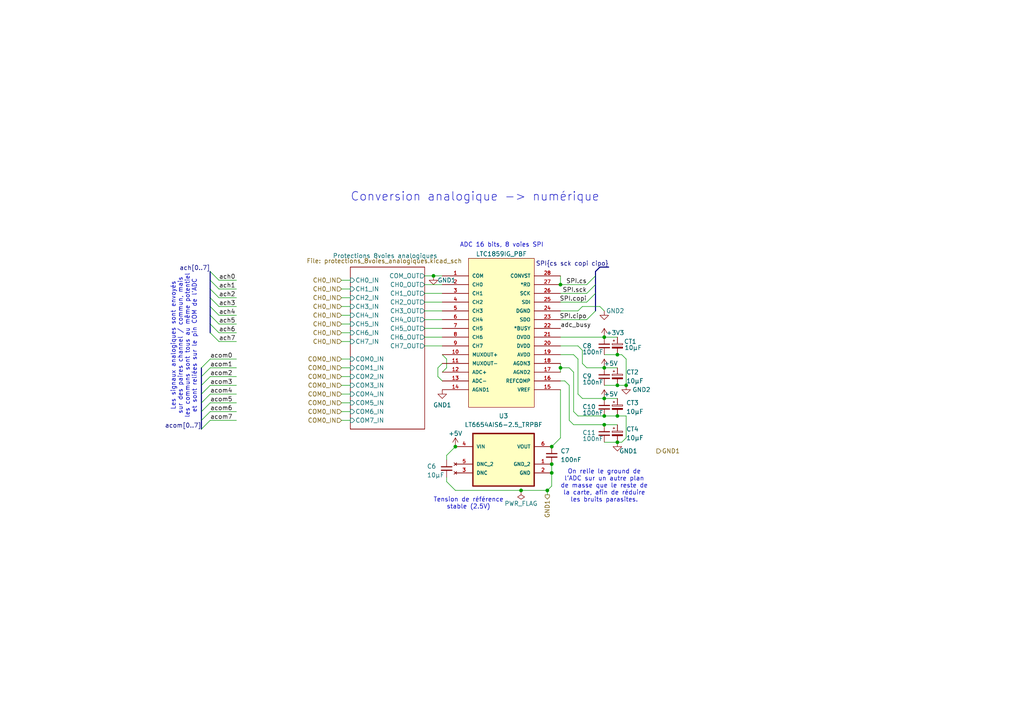
<source format=kicad_sch>
(kicad_sch (version 20250114) (generator "eeschema") (generator_version "9.0")
  (paper "A4")
  (lib_symbols
    (symbol "Device:C_Polarized_Small" (pin_numbers (hide yes)) (pin_names (offset 0.254) (hide yes))
      (property "Reference" "C" (at 0.254 1.778 0))
      (property "Value" "C_Polarized_Small" (at 0.254 -2.032 0))
      (symbol "C_Polarized_Small_0_1"
        (rectangle (start -1.524 0.6858) (end 1.524 0.3048))
        (rectangle (start -1.524 -0.3048) (end 1.524 -0.6858) (fill (type outline)))
        (polyline (pts (xy -1.27 1.524) (xy -0.762 1.524)))
        (polyline (pts (xy -1.016 1.27) (xy -1.016 1.778)))
      )
      (symbol "C_Polarized_Small_1_1"
        (pin passive line (at 0 2.54 270) (length 1.8542) (name "~") (number "1"))
        (pin passive line (at 0 -2.54 90) (length 1.8542) (name "~") (number "2"))
      )
    )
    (symbol "Device:C_Small" (pin_numbers (hide yes)) (pin_names (offset 0.254) (hide yes))
      (property "Reference" "C" (at 0.254 1.778 0))
      (property "Value" "C_Small" (at 0.254 -2.032 0))
      (symbol "C_Small_0_1"
        (polyline (pts (xy -1.524 0.508) (xy 1.524 0.508)) (stroke (width 0.3048)))
        (polyline (pts (xy -1.524 -0.508) (xy 1.524 -0.508)) (stroke (width 0.3302)))
      )
      (symbol "C_Small_1_1"
        (pin passive line (at 0 2.54 270) (length 2.032) (name "~") (number "1"))
        (pin passive line (at 0 -2.54 90) (length 2.032) (name "~") (number "2"))
      )
    )
    (symbol "LT6654AIS6-2.5_TRPBF:LT6654AIS6-2.5_TRPBF" (pin_names (offset 1.016))
      (property "Reference" "U" (at -4.9784 12.7762 0))
      (property "Value" "LT6654AIS6-2.5_TRPBF" (at -14.986 10.16 0))
      (symbol "LT6654AIS6-2.5_TRPBF_0_0"
        (rectangle (start -12.7 8.89) (end 5.08 -6.35) (stroke (width 0.4064)) (fill (type background)))
        (pin power_in line (at -17.78 5.08 0) (length 5.08) (name "VIN") (number "4"))
        (pin no_connect line (at -17.78 0 0) (length 5.08) (name "DNC_2") (number "5"))
        (pin no_connect line (at -17.78 -2.54 0) (length 5.08) (name "DNC") (number "3"))
        (pin output line (at 10.16 5.08 180) (length 5.08) (name "VOUT") (number "6"))
        (pin passive line (at 10.16 0 180) (length 5.08) (name "GND_2") (number "1"))
        (pin passive line (at 10.16 -2.54 180) (length 5.08) (name "GND") (number "2"))
      )
    )
    (symbol "LTC1859IG_PBF:LTC1859IG_PBF" (pin_names (offset 1.016))
      (property "Reference" "U" (at 10.668 8.636 0))
      (property "Value" "LTC1859IG_PBF" (at 10.033 6.096 0))
      (symbol "LTC1859IG_PBF_0_0"
        (pin input line (at 0 0 0) (length 7.62) (name "COM") (number "1"))
        (pin input line (at 0 -2.54 0) (length 7.62) (name "CH0") (number "2"))
        (pin input line (at 0 -5.08 0) (length 7.62) (name "CH1") (number "3"))
        (pin input line (at 0 -7.62 0) (length 7.62) (name "CH2") (number "4"))
        (pin input line (at 0 -10.16 0) (length 7.62) (name "CH3") (number "5"))
        (pin input line (at 0 -12.7 0) (length 7.62) (name "CH4") (number "6"))
        (pin input line (at 0 -15.24 0) (length 7.62) (name "CH5") (number "7"))
        (pin input line (at 0 -17.78 0) (length 7.62) (name "CH6") (number "8"))
        (pin input line (at 0 -20.32 0) (length 7.62) (name "CH7") (number "9"))
        (pin output line (at 0 -22.86 0) (length 7.62) (name "MUXOUT+") (number "10"))
        (pin output line (at 0 -25.4 0) (length 7.62) (name "MUXOUT-") (number "11"))
        (pin input line (at 0 -27.94 0) (length 7.62) (name "ADC+") (number "12"))
        (pin input line (at 0 -30.48 0) (length 7.62) (name "ADC-") (number "13"))
        (pin power_in line (at 0 -33.02 0) (length 7.62) (name "AGND1") (number "14"))
        (pin passive line (at 34.29 0 180) (length 7.62) (name "CONVST") (number "28"))
        (pin input line (at 34.29 -2.54 180) (length 7.62) (name "*RD") (number "27"))
        (pin passive line (at 34.29 -5.08 180) (length 7.62) (name "SCK") (number "26"))
        (pin input line (at 34.29 -7.62 180) (length 7.62) (name "SDI") (number "25"))
        (pin power_in line (at 34.29 -10.16 180) (length 7.62) (name "DGND") (number "24"))
        (pin output line (at 34.29 -12.7 180) (length 7.62) (name "SDO") (number "23"))
        (pin output line (at 34.29 -15.24 180) (length 7.62) (name "*BUSY") (number "22"))
        (pin power_in line (at 34.29 -17.78 180) (length 7.62) (name "OVDD") (number "21"))
        (pin power_in line (at 34.29 -20.32 180) (length 7.62) (name "DVDD") (number "20"))
        (pin power_in line (at 34.29 -22.86 180) (length 7.62) (name "AVDD") (number "19"))
        (pin power_in line (at 34.29 -25.4 180) (length 7.62) (name "AGDN3") (number "18"))
        (pin power_in line (at 34.29 -27.94 180) (length 7.62) (name "AGND2") (number "17"))
        (pin output line (at 34.29 -30.48 180) (length 7.62) (name "REFCOMP") (number "16"))
      )
      (symbol "LTC1859IG_PBF_1_0"
        (rectangle (start 7.62 5.08) (end 26.67 -38.1) (fill (type background)))
        (pin bidirectional line (at 34.29 -33.02 180) (length 7.62) (name "VREF") (number "15"))
      )
    )
    (symbol "power:+3V3" (power) (pin_numbers (hide yes)) (pin_names (offset 0) (hide yes))
      (property "Value" "+3V3" (at 0 3.556 0))
      (symbol "+3V3_0_1"
        (polyline (pts (xy -0.762 1.27) (xy 0 2.54)))
        (polyline (pts (xy 0 2.54) (xy 0.762 1.27)))
        (polyline (pts (xy 0 0) (xy 0 2.54)))
      )
      (symbol "+3V3_1_1"
        (pin power_in line (at 0 0 90) (length 0) (name "~") (number "1"))
      )
    )
    (symbol "power:+5V" (power) (pin_numbers (hide yes)) (pin_names (offset 0) (hide yes))
      (property "Value" "+5V" (at 0 3.556 0))
      (symbol "+5V_0_1"
        (polyline (pts (xy -0.762 1.27) (xy 0 2.54)))
        (polyline (pts (xy 0 2.54) (xy 0.762 1.27)))
        (polyline (pts (xy 0 0) (xy 0 2.54)))
      )
      (symbol "+5V_1_1"
        (pin power_in line (at 0 0 90) (length 0) (name "~") (number "1"))
      )
    )
    (symbol "power:GND1" (power) (pin_numbers (hide yes)) (pin_names (offset 0) (hide yes))
      (property "Value" "GND1" (at 0 -3.81 0))
      (symbol "GND1_0_1"
        (polyline (pts (xy 0 0) (xy 0 -1.27) (xy 1.27 -1.27) (xy 0 -2.54) (xy -1.27 -1.27) (xy 0 -1.27)))
      )
      (symbol "GND1_1_1"
        (pin power_in line (at 0 0 270) (length 0) (name "~") (number "1"))
      )
    )
    (symbol "power:GND2" (power) (pin_numbers (hide yes)) (pin_names (offset 0) (hide yes))
      (property "Value" "GND2" (at 0 -3.81 0))
      (symbol "GND2_0_1"
        (polyline (pts (xy 0 0) (xy 0 -1.27) (xy 1.27 -1.27) (xy 0 -2.54) (xy -1.27 -1.27) (xy 0 -1.27)))
      )
      (symbol "GND2_1_1"
        (pin power_in line (at 0 0 270) (length 0) (name "~") (number "1"))
      )
    )
    (symbol "power:PWR_FLAG" (power) (pin_numbers (hide yes)) (pin_names (offset 0) (hide yes))
      (property "Value" "PWR_FLAG" (at 0 3.81 0))
      (symbol "PWR_FLAG_0_0"
        (pin power_out line (at 0 0 90) (length 0) (name "~") (number "1"))
      )
      (symbol "PWR_FLAG_0_1"
        (polyline (pts (xy 0 0) (xy 0 1.27) (xy -1.016 1.905) (xy 0 2.54) (xy 1.016 1.905) (xy 0 1.27)))
      )
    )
  )
  (text "Les signaux analogiques sont envoyés\nsur des paires channel / commun, mais\nles communs sont tous au même potentiel\net sont reliées sur le pin COM de l’ADC" (at 53.34 100.33 90) (effects (font (size 1.27 1.27))))
  (text "On relie le ground de\nl’ADC sur un autre plan\nde masse que le reste de\nla carte, afin de réduire\nles bruits parasites." (at 175.26 140.97 0) (effects (font (size 1.27 1.27))))
  (text "Tension de référence\nstable (2.5V)" (at 135.89 146.05 0) (effects (font (size 1.27 1.27))))
  (text "ADC 16 bits, 8 voies SPI" (at 133.35 71.12 0) (effects (font (size 1.27 1.27)) (justify left)))
  (text "Conversion analogique -> numérique" (at 101.6 57.15 0) (effects (font (size 2.5 2.5)) (justify left)))
  (junction (at 179.07 128.27))
  (junction (at 175.26 97.79))
  (junction (at 179.07 102.87))
  (junction (at 162.56 106.68))
  (junction (at 179.07 111.76))
  (junction (at 175.26 115.57))
  (junction (at 160.02 137.16))
  (junction (at 179.07 120.65))
  (junction (at 175.26 120.65))
  (junction (at 175.26 123.19))
  (junction (at 132.08 129.54))
  (junction (at 158.75 142.24))
  (junction (at 175.26 106.68))
  (junction (at 160.02 129.54))
  (junction (at 181.61 111.76))
  (junction (at 151.13 142.24))
  (junction (at 162.56 82.55))
  (junction (at 160.02 134.62))
  (junction (at 125.73 80.01))
  (bus_entry (at 63.5 86.36) (size -2.54 -2.54))
  (bus_entry (at 170.18 92.71) (size 2.54 -2.54))
  (bus_entry (at 60.96 104.14) (size -2.54 2.54))
  (bus_entry (at 63.5 93.98) (size -2.54 -2.54))
  (bus_entry (at 60.96 109.22) (size -2.54 2.54))
  (bus_entry (at 63.5 88.9) (size -2.54 -2.54))
  (bus_entry (at 63.5 81.28) (size -2.54 -2.54))
  (bus_entry (at 170.18 87.63) (size 2.54 -2.54))
  (bus_entry (at 60.96 121.92) (size -2.54 2.54))
  (bus_entry (at 63.5 83.82) (size -2.54 -2.54))
  (bus_entry (at 63.5 91.44) (size -2.54 -2.54))
  (bus_entry (at 60.96 114.3) (size -2.54 2.54))
  (bus_entry (at 63.5 96.52) (size -2.54 -2.54))
  (bus_entry (at 170.18 85.09) (size 2.54 -2.54))
  (bus_entry (at 60.96 119.38) (size -2.54 2.54))
  (bus_entry (at 60.96 111.76) (size -2.54 2.54))
  (bus_entry (at 63.5 99.06) (size -2.54 -2.54))
  (bus_entry (at 60.96 106.68) (size -2.54 2.54))
  (bus_entry (at 170.18 82.55) (size 2.54 -2.54))
  (bus_entry (at 60.96 116.84) (size -2.54 2.54))
  (wire (pts (xy 125.73 80.01) (xy 128.27 80.01)))
  (wire (pts (xy 162.56 85.09) (xy 170.18 85.09)))
  (bus (pts (xy 58.42 114.3) (xy 58.42 111.76)))
  (wire (pts (xy 167.64 100.33) (xy 168.91 101.6)))
  (wire (pts (xy 179.07 111.76) (xy 181.61 111.76)))
  (wire (pts (xy 165.1 106.68) (xy 166.37 107.95)))
  (bus (pts (xy 60.96 93.98) (xy 60.96 91.44)))
  (wire (pts (xy 129.54 138.43) (xy 129.54 139.7)))
  (wire (pts (xy 175.26 106.68) (xy 179.07 106.68)))
  (wire (pts (xy 160.02 140.97) (xy 158.75 142.24)))
  (wire (pts (xy 99.06 104.14) (xy 101.6 104.14)))
  (wire (pts (xy 175.26 120.65) (xy 179.07 120.65)))
  (wire (pts (xy 99.06 91.44) (xy 101.6 91.44)))
  (wire (pts (xy 179.07 120.65) (xy 181.61 120.65)))
  (bus (pts (xy 60.96 81.28) (xy 60.96 78.74)))
  (wire (pts (xy 129.54 139.7) (xy 132.08 142.24)))
  (wire (pts (xy 179.07 128.27) (xy 180.34 128.27)))
  (wire (pts (xy 175.26 111.76) (xy 179.07 111.76)))
  (wire (pts (xy 160.02 137.16) (xy 160.02 140.97)))
  (wire (pts (xy 166.37 102.87) (xy 167.64 104.14)))
  (wire (pts (xy 170.18 106.68) (xy 175.26 106.68)))
  (wire (pts (xy 162.56 82.55) (xy 170.18 82.55)))
  (wire (pts (xy 166.37 107.95) (xy 166.37 119.38)))
  (wire (pts (xy 63.5 86.36) (xy 68.58 86.36)))
  (wire (pts (xy 166.37 119.38) (xy 167.64 120.65)))
  (wire (pts (xy 175.26 123.19) (xy 179.07 123.19)))
  (bus (pts (xy 58.42 119.38) (xy 58.42 116.84)))
  (wire (pts (xy 123.19 87.63) (xy 128.27 87.63)))
  (wire (pts (xy 63.5 93.98) (xy 68.58 93.98)))
  (wire (pts (xy 68.58 116.84) (xy 60.96 116.84)))
  (wire (pts (xy 162.56 102.87) (xy 166.37 102.87)))
  (wire (pts (xy 63.5 88.9) (xy 68.58 88.9)))
  (wire (pts (xy 181.61 127) (xy 180.34 128.27)))
  (wire (pts (xy 128.27 102.87) (xy 129.54 104.14)))
  (bus (pts (xy 172.72 82.55) (xy 172.72 85.09)))
  (wire (pts (xy 123.19 82.55) (xy 128.27 82.55)))
  (wire (pts (xy 168.91 101.6) (xy 168.91 105.41)))
  (wire (pts (xy 68.58 114.3) (xy 60.96 114.3)))
  (wire (pts (xy 63.5 81.28) (xy 68.58 81.28)))
  (wire (pts (xy 99.06 121.92) (xy 101.6 121.92)))
  (wire (pts (xy 162.56 105.41) (xy 162.56 106.68)))
  (wire (pts (xy 160.02 134.62) (xy 160.02 137.16)))
  (bus (pts (xy 172.72 80.01) (xy 172.72 82.55)))
  (wire (pts (xy 68.58 119.38) (xy 60.96 119.38)))
  (bus (pts (xy 58.42 124.46) (xy 58.42 121.92)))
  (wire (pts (xy 162.56 87.63) (xy 170.18 87.63)))
  (wire (pts (xy 173.99 88.9) (xy 168.91 88.9)))
  (wire (pts (xy 63.5 91.44) (xy 68.58 91.44)))
  (wire (pts (xy 167.64 104.14) (xy 167.64 114.3)))
  (wire (pts (xy 175.26 123.19) (xy 166.37 123.19)))
  (wire (pts (xy 167.64 90.17) (xy 162.56 90.17)))
  (wire (pts (xy 175.26 97.79) (xy 179.07 97.79)))
  (bus (pts (xy 60.96 88.9) (xy 60.96 86.36)))
  (bus (pts (xy 58.42 116.84) (xy 58.42 114.3)))
  (wire (pts (xy 181.61 120.65) (xy 181.61 127)))
  (wire (pts (xy 99.06 86.36) (xy 101.6 86.36)))
  (bus (pts (xy 60.96 96.52) (xy 60.96 93.98)))
  (wire (pts (xy 127 106.68) (xy 127 109.22)))
  (wire (pts (xy 123.19 85.09) (xy 128.27 85.09)))
  (wire (pts (xy 162.56 106.68) (xy 162.56 107.95)))
  (wire (pts (xy 167.64 120.65) (xy 175.26 120.65)))
  (wire (pts (xy 99.06 93.98) (xy 101.6 93.98)))
  (wire (pts (xy 162.56 113.03) (xy 162.56 127)))
  (wire (pts (xy 162.56 80.01) (xy 162.56 82.55)))
  (wire (pts (xy 158.75 142.24) (xy 158.75 143.51)))
  (wire (pts (xy 175.26 128.27) (xy 179.07 128.27)))
  (wire (pts (xy 162.56 100.33) (xy 167.64 100.33)))
  (wire (pts (xy 163.83 110.49) (xy 165.1 111.76)))
  (wire (pts (xy 68.58 111.76) (xy 60.96 111.76)))
  (bus (pts (xy 176.53 77.47) (xy 173.99 77.47)))
  (bus (pts (xy 60.96 86.36) (xy 60.96 83.82)))
  (wire (pts (xy 99.06 81.28) (xy 101.6 81.28)))
  (wire (pts (xy 99.06 119.38) (xy 101.6 119.38)))
  (wire (pts (xy 99.06 83.82) (xy 101.6 83.82)))
  (wire (pts (xy 181.61 104.14) (xy 181.61 111.76)))
  (wire (pts (xy 99.06 96.52) (xy 101.6 96.52)))
  (wire (pts (xy 99.06 114.3) (xy 101.6 114.3)))
  (wire (pts (xy 165.1 111.76) (xy 165.1 121.92)))
  (bus (pts (xy 60.96 91.44) (xy 60.96 88.9)))
  (wire (pts (xy 68.58 106.68) (xy 60.96 106.68)))
  (bus (pts (xy 172.72 78.74) (xy 172.72 80.01)))
  (bus (pts (xy 60.96 83.82) (xy 60.96 81.28)))
  (wire (pts (xy 123.19 97.79) (xy 128.27 97.79)))
  (wire (pts (xy 68.58 109.22) (xy 60.96 109.22)))
  (wire (pts (xy 63.5 83.82) (xy 68.58 83.82)))
  (wire (pts (xy 180.34 102.87) (xy 179.07 102.87)))
  (wire (pts (xy 162.56 97.79) (xy 175.26 97.79)))
  (wire (pts (xy 162.56 127) (xy 160.02 129.54)))
  (wire (pts (xy 99.06 111.76) (xy 101.6 111.76)))
  (wire (pts (xy 167.64 90.17) (xy 168.91 88.9)))
  (bus (pts (xy 58.42 111.76) (xy 58.42 109.22)))
  (bus (pts (xy 172.72 85.09) (xy 172.72 90.17)))
  (wire (pts (xy 123.19 80.01) (xy 125.73 80.01)))
  (wire (pts (xy 175.26 102.87) (xy 179.07 102.87)))
  (wire (pts (xy 123.19 100.33) (xy 128.27 100.33)))
  (bus (pts (xy 173.99 77.47) (xy 172.72 78.74)))
  (wire (pts (xy 175.26 115.57) (xy 179.07 115.57)))
  (wire (pts (xy 180.34 102.87) (xy 181.61 104.14)))
  (wire (pts (xy 127 109.22) (xy 128.27 110.49)))
  (wire (pts (xy 128.27 107.95) (xy 129.54 106.68)))
  (bus (pts (xy 58.42 109.22) (xy 58.42 106.68)))
  (wire (pts (xy 129.54 132.08) (xy 129.54 133.35)))
  (wire (pts (xy 99.06 116.84) (xy 101.6 116.84)))
  (wire (pts (xy 132.08 142.24) (xy 151.13 142.24)))
  (bus (pts (xy 58.42 121.92) (xy 58.42 119.38)))
  (wire (pts (xy 168.91 105.41) (xy 170.18 106.68)))
  (wire (pts (xy 162.56 106.68) (xy 165.1 106.68)))
  (wire (pts (xy 68.58 104.14) (xy 60.96 104.14)))
  (wire (pts (xy 99.06 88.9) (xy 101.6 88.9)))
  (wire (pts (xy 63.5 99.06) (xy 68.58 99.06)))
  (wire (pts (xy 68.58 121.92) (xy 60.96 121.92)))
  (wire (pts (xy 128.27 105.41) (xy 127 106.68)))
  (wire (pts (xy 168.91 115.57) (xy 175.26 115.57)))
  (wire (pts (xy 99.06 106.68) (xy 101.6 106.68)))
  (wire (pts (xy 123.19 90.17) (xy 128.27 90.17)))
  (wire (pts (xy 165.1 121.92) (xy 166.37 123.19)))
  (wire (pts (xy 99.06 99.06) (xy 101.6 99.06)))
  (wire (pts (xy 173.99 88.9) (xy 175.26 90.17)))
  (wire (pts (xy 123.19 92.71) (xy 128.27 92.71)))
  (wire (pts (xy 63.5 96.52) (xy 68.58 96.52)))
  (wire (pts (xy 162.56 110.49) (xy 163.83 110.49)))
  (wire (pts (xy 151.13 142.24) (xy 158.75 142.24)))
  (wire (pts (xy 162.56 92.71) (xy 170.18 92.71)))
  (wire (pts (xy 129.54 132.08) (xy 132.08 129.54)))
  (wire (pts (xy 167.64 114.3) (xy 168.91 115.57)))
  (wire (pts (xy 99.06 109.22) (xy 101.6 109.22)))
  (wire (pts (xy 123.19 95.25) (xy 128.27 95.25)))
  (wire (pts (xy 129.54 104.14) (xy 129.54 106.68)))
  (label "SPI.cs" (at 170.18 82.55 180))
  (label "acom5" (at 60.96 116.84 0))
  (label "acom1" (at 60.96 106.68 0))
  (label "ach0" (at 63.5 81.28 0))
  (label "ach2" (at 63.5 86.36 0))
  (label "acom3" (at 60.96 111.76 0))
  (label "acom4" (at 60.96 114.3 0))
  (label "SPI.copi" (at 170.18 87.63 180))
  (label "ach4" (at 63.5 91.44 0))
  (label "acom2" (at 60.96 109.22 0))
  (label "ach7" (at 63.5 99.06 0))
  (label "acom0" (at 60.96 104.14 0))
  (label "ach6" (at 63.5 96.52 0))
  (label "acom[0..7]" (at 58.42 124.46 180))
  (label "ach[0..7]" (at 60.96 78.74 180))
  (label "SPI.sck" (at 170.18 85.09 180))
  (label "acom7" (at 60.96 121.92 0))
  (label "ach5" (at 63.5 93.98 0))
  (label "ach1" (at 63.5 83.82 0))
  (label "SPI.cipo" (at 170.18 92.71 180))
  (label "adc_busy" (at 162.56 95.25 0))
  (label "SPI{cs sck copi cipo}" (at 176.53 77.47 180))
  (label "acom6" (at 60.96 119.38 0))
  (label "ach3" (at 63.5 88.9 0))
  (hierarchical_label "CH0_IN" (shape input) (at 99.06 86.36 180))
  (hierarchical_label "CH0_IN" (shape input) (at 99.06 83.82 180))
  (hierarchical_label "CH0_IN" (shape input) (at 99.06 96.52 180))
  (hierarchical_label "GND1" (shape output) (at 190.5 130.81 0))
  (hierarchical_label "COM0_IN" (shape input) (at 99.06 116.84 180))
  (hierarchical_label "COM0_IN" (shape input) (at 99.06 109.22 180))
  (hierarchical_label "COM0_IN" (shape input) (at 99.06 119.38 180))
  (hierarchical_label "COM0_IN" (shape input) (at 99.06 121.92 180))
  (hierarchical_label "COM0_IN" (shape input) (at 99.06 106.68 180))
  (hierarchical_label "COM0_IN" (shape input) (at 99.06 104.14 180))
  (hierarchical_label "COM0_IN" (shape input) (at 99.06 111.76 180))
  (hierarchical_label "COM0_IN" (shape input) (at 99.06 114.3 180))
  (hierarchical_label "CH0_IN" (shape input) (at 99.06 81.28 180))
  (hierarchical_label "CH0_IN" (shape input) (at 99.06 91.44 180))
  (hierarchical_label "CH0_IN" (shape input) (at 99.06 93.98 180))
  (hierarchical_label "GND1" (shape output) (at 158.75 143.51 270))
  (hierarchical_label "CH0_IN" (shape input) (at 99.06 99.06 180))
  (hierarchical_label "CH0_IN" (shape input) (at 99.06 88.9 180))
  (symbol (lib_id "Device:C_Small") (at 160.02 132.08 0) (unit 1)
    (property "Reference" "C7" (at 162.56 130.8162 0) (effects (justify left)))
    (property "Value" "100nF" (at 162.56 133.3562 0) (effects (justify left)))
    (property "Footprint" "Capacitor_SMD:C_0805_2012Metric" (effects (hide yes)))
    (property "Description" "Unpolarized capacitor, small symbol" (effects (hide yes)))
  )
  (symbol (lib_id "Device:C_Small") (at 175.26 125.73 0) (unit 1)
    (property "Reference" "C11" (at 168.91 125.476 0) (effects (justify left)))
    (property "Value" "100nF" (at 168.91 127.254 0) (effects (justify left)))
    (property "Footprint" "Capacitor_SMD:C_0805_2012Metric" (effects (hide yes)))
    (property "Description" "Unpolarized capacitor, small symbol" (effects (hide yes)))
  )
  (symbol (lib_id "power:+5V") (at 175.26 106.68 0) (unit 1)
    (property "Reference" "#PWR026" (effects (hide yes)))
    (property "Value" "+5V" (at 177.165 105.41 0))
    (property "Description" "Power symbol creates a global label with name \"+5V\"" (effects (hide yes)))
  )
  (symbol (lib_id "power:GND2") (at 181.61 111.76 0) (unit 1)
    (property "Reference" "#PWR041" (effects (hide yes)))
    (property "Value" "GND2" (at 186.055 113.03 0))
    (property "Description" "Power symbol creates a global label with name \"GND2\" , ground" (effects (hide yes)))
  )
  (symbol (lib_id "power:PWR_FLAG") (at 151.13 142.24 180) (unit 1)
    (property "Reference" "#FLG01" (effects (hide yes)))
    (property "Value" "PWR_FLAG" (at 151.13 146.05 0))
    (property "Description" "Special symbol for telling ERC where power comes from" (effects (hide yes)))
  )
  (symbol (lib_id "Device:C_Polarized_Small") (at 179.07 100.33 0) (unit 1)
    (property "Reference" "CT1" (at 180.975 99.06 0) (effects (justify left)))
    (property "Value" "10µF" (at 181.102 100.838 0) (effects (justify left)))
    (property "Footprint" "Capacitor_Tantalum_SMD:CP_EIA-2012-12_Kemet-R" (effects (hide yes)))
    (property "Description" "Polarized capacitor, small symbol" (effects (hide yes)))
  )
  (symbol (lib_id "Device:C_Polarized_Small") (at 179.07 109.22 0) (unit 1)
    (property "Reference" "CT2" (at 181.61 107.95 0) (effects (justify left)))
    (property "Value" "10µF" (at 181.61 110.49 0) (effects (justify left)))
    (property "Footprint" "Capacitor_Tantalum_SMD:CP_EIA-2012-12_Kemet-R" (effects (hide yes)))
    (property "Description" "Polarized capacitor, small symbol" (effects (hide yes)))
  )
  (symbol (lib_id "power:GND1") (at 128.27 113.03 0) (unit 1)
    (property "Reference" "#PWR021" (effects (hide yes)))
    (property "Value" "GND1" (at 128.27 117.475 0))
    (property "Description" "Power symbol creates a global label with name \"GND1\" , ground" (effects (hide yes)))
  )
  (symbol (lib_id "power:+5V") (at 175.26 115.57 0) (unit 1)
    (property "Reference" "#PWR027" (effects (hide yes)))
    (property "Value" "+5V" (at 177.165 114.3 0))
    (property "Description" "Power symbol creates a global label with name \"+5V\"" (effects (hide yes)))
  )
  (symbol (lib_id "power:+5V") (at 132.08 129.54 0) (unit 1)
    (property "Reference" "#PWR022" (effects (hide yes)))
    (property "Value" "+5V" (at 132.08 125.73 0))
    (property "Description" "Power symbol creates a global label with name \"+5V\"" (effects (hide yes)))
  )
  (symbol (lib_id "Device:C_Small") (at 175.26 100.33 0) (unit 1)
    (property "Reference" "C8" (at 168.91 100.33 0) (effects (justify left)))
    (property "Value" "100nF" (at 168.91 102.108 0) (effects (justify left)))
    (property "Footprint" "Capacitor_SMD:C_0805_2012Metric" (effects (hide yes)))
    (property "Description" "Unpolarized capacitor, small symbol" (effects (hide yes)))
  )
  (symbol (lib_id "LT6654AIS6-2.5_TRPBF:LT6654AIS6-2.5_TRPBF") (at 149.86 134.62 0) (unit 1)
    (property "Reference" "U3" (at 146.05 120.65 0))
    (property "Value" "LT6654AIS6-2.5_TRPBF" (at 146.05 123.19 0))
    (property "Footprint" "imported_components:SOT95P280X100-6N" (effects (hide yes)))
    (property "MF" "Analog Devices" (effects (hide yes)))
    (property "Description_1" "Precision Wide Supply High Output Drive Low Noise Reference" (effects (hide yes)))
    (property "PACKAGE" "TSOT-23-6" (effects (hide yes)))
    (property "MPN" "LT6654BHS6-5#TRMPBF" (effects (hide yes)))
    (property "Price" "None" (effects (hide yes)))
    (property "Package" "SOT-6-6 Analog Devices" (effects (hide yes)))
    (property "OC_FARNELL" "-" (effects (hide yes)))
    (property "SnapEDA_Link" "https://www.snapeda.com/parts/LT6654AIS6-2.5%23TRPBF/Analog+Devices/view-part/?ref=snap" (effects (hide yes)))
    (property "MP" "LT6654AIS6-2.5#TRPBF" (effects (hide yes)))
    (property "SUPPLIER" "Linear Technology" (effects (hide yes)))
    (property "OC_NEWARK" "24T2770" (effects (hide yes)))
    (property "Availability" "In Stock" (effects (hide yes)))
    (property "Check_prices" "https://www.snapeda.com/parts/LT6654AIS6-2.5%23TRPBF/Analog+Devices/view-part/?ref=eda" (effects (hide yes)))
  )
  (symbol (lib_id "power:GND1") (at 125.73 80.01 0) (unit 1)
    (property "Reference" "#PWR040" (effects (hide yes)))
    (property "Value" "GND1" (at 129.54 81.28 0))
    (property "Description" "Power symbol creates a global label with name \"GND1\" , ground" (effects (hide yes)))
  )
  (symbol (lib_id "Device:C_Small") (at 129.54 135.89 0) (unit 1)
    (property "Reference" "C6" (at 123.825 135.255 0) (effects (justify left)))
    (property "Value" "10µF" (at 123.825 137.795 0) (effects (justify left)))
    (property "Footprint" "Capacitor_SMD:C_0805_2012Metric" (effects (hide yes)))
    (property "Description" "Unpolarized capacitor, small symbol" (effects (hide yes)))
  )
  (symbol (lib_id "power:GND2") (at 175.26 90.17 0) (unit 1)
    (property "Reference" "#PWR024" (effects (hide yes)))
    (property "Value" "GND2" (at 178.435 90.17 0))
    (property "Description" "Power symbol creates a global label with name \"GND2\" , ground" (effects (hide yes)))
  )
  (symbol (lib_id "Device:C_Polarized_Small") (at 179.07 118.11 0) (unit 1)
    (property "Reference" "CT3" (at 181.61 116.84 0) (effects (justify left)))
    (property "Value" "10µF" (at 181.61 119.38 0) (effects (justify left)))
    (property "Footprint" "Capacitor_Tantalum_SMD:CP_EIA-2012-12_Kemet-R" (effects (hide yes)))
    (property "Description" "Polarized capacitor, small symbol" (effects (hide yes)))
  )
  (symbol (lib_id "power:+3V3") (at 175.26 97.79 0) (unit 1)
    (property "Reference" "#PWR025" (effects (hide yes)))
    (property "Value" "+3V3" (at 178.435 96.52 0))
    (property "Description" "Power symbol creates a global label with name \"+3V3\"" (effects (hide yes)))
  )
  (symbol (lib_id "LTC1859IG_PBF:LTC1859IG_PBF") (at 128.27 80.01 0) (unit 1)
    (property "Reference" "U2" (effects (hide yes)))
    (property "Value" "LTC1859IG_PBF" (at 145.415 73.66 0))
    (property "Footprint" "imported_components:SSOP-28_G" (effects (hide yes)))
    (property "MF" "Analog Devices" (effects (hide yes)))
    (property "VENDOR" "Linear Technology" (effects (hide yes)))
    (property "Description_1" "8-Channel, 16-Bit, 100ksps SoftSpan A/D Converters with Shutdown" (effects (hide yes)))
    (property "Package" "SSOP-28 Linear Technology" (effects (hide yes)))
    (property "Price" "None" (effects (hide yes)))
    (property "Check_prices" "https://www.snapeda.com/parts/LTC1859IG%23PBF/Analog+Devices/view-part/?ref=eda" (effects (hide yes)))
    (property "SnapEDA_Link" "https://www.snapeda.com/parts/LTC1859IG%23PBF/Analog+Devices/view-part/?ref=snap" (effects (hide yes)))
    (property "MP" "LTC1859IG#PBF" (effects (hide yes)))
    (property "Availability" "In Stock" (effects (hide yes)))
    (property "MANUFACTURER_PART_NUMBER" "ltc1859ig" (effects (hide yes)))
  )
  (symbol (lib_id "Device:C_Small") (at 175.26 109.22 0) (unit 1)
    (property "Reference" "C9" (at 168.91 109.093 0) (effects (justify left)))
    (property "Value" "100nF" (at 168.91 110.871 0) (effects (justify left)))
    (property "Footprint" "Capacitor_SMD:C_0805_2012Metric" (effects (hide yes)))
    (property "Description" "Unpolarized capacitor, small symbol" (effects (hide yes)))
  )
  (symbol (lib_id "Device:C_Polarized_Small") (at 179.07 125.73 0) (unit 1)
    (property "Reference" "CT4" (at 181.61 124.46 0) (effects (justify left)))
    (property "Value" "10µF" (at 181.61 127 0) (effects (justify left)))
    (property "Footprint" "Capacitor_Tantalum_SMD:CP_EIA-2012-12_Kemet-R" (effects (hide yes)))
    (property "Description" "Polarized capacitor, small symbol" (effects (hide yes)))
  )
  (symbol (lib_id "Device:C_Small") (at 175.26 118.11 0) (unit 1)
    (property "Reference" "C10" (at 168.91 117.983 0) (effects (justify left)))
    (property "Value" "100nF" (at 168.91 119.761 0) (effects (justify left)))
    (property "Footprint" "Capacitor_SMD:C_0805_2012Metric" (effects (hide yes)))
    (property "Description" "Unpolarized capacitor, small symbol" (effects (hide yes)))
  )
  (symbol (lib_id "power:GND1") (at 179.07 128.27 0) (unit 1)
    (property "Reference" "#PWR028" (effects (hide yes)))
    (property "Value" "GND1" (at 182.245 130.81 0))
    (property "Description" "Power symbol creates a global label with name \"GND1\" , ground" (effects (hide yes)))
  )
  (sheet (at 101.6 77.47) (size 21.59 46.99) (stroke (width 0.1524))
    (property "Sheetname" "Protections 8voies analogiques" (at 96.52 74.93 0) (effects (justify left bottom)))
    (property "Sheetfile" "protections_8voies_analogiques.kicad_sch" (at 88.9 74.93 0) (effects (justify left top)))
    (pin "CH3_OUT" output (at 123.19 90.17 0))
    (pin "CH4_OUT" output (at 123.19 92.71 0))
    (pin "COM3_IN" input (at 101.6 111.76 180))
    (pin "CH4_IN" input (at 101.6 91.44 180))
    (pin "COM7_IN" input (at 101.6 121.92 180))
    (pin "COM1_IN" input (at 101.6 106.68 180))
    (pin "CH6_OUT" output (at 123.19 97.79 0))
    (pin "COM6_IN" input (at 101.6 119.38 180))
    (pin "CH6_IN" input (at 101.6 96.52 180))
    (pin "CH0_OUT" output (at 123.19 82.55 0))
    (pin "CH3_IN" input (at 101.6 88.9 180))
    (pin "COM4_IN" input (at 101.6 114.3 180))
    (pin "CH7_IN" input (at 101.6 99.06 180))
    (pin "COM0_IN" input (at 101.6 104.14 180))
    (pin "CH0_IN" input (at 101.6 81.28 180))
    (pin "COM5_IN" input (at 101.6 116.84 180))
    (pin "CH1_OUT" output (at 123.19 85.09 0))
    (pin "COM2_IN" input (at 101.6 109.22 180))
    (pin "CH7_OUT" output (at 123.19 100.33 0))
    (pin "CH2_IN" input (at 101.6 86.36 180))
    (pin "CH5_OUT" output (at 123.19 95.25 0))
    (pin "CH2_OUT" output (at 123.19 87.63 0))
    (pin "CH1_IN" input (at 101.6 83.82 180))
    (pin "COM_OUT" output (at 123.19 80.01 0))
    (pin "CH5_IN" input (at 101.6 93.98 180))
  )
)
</source>
